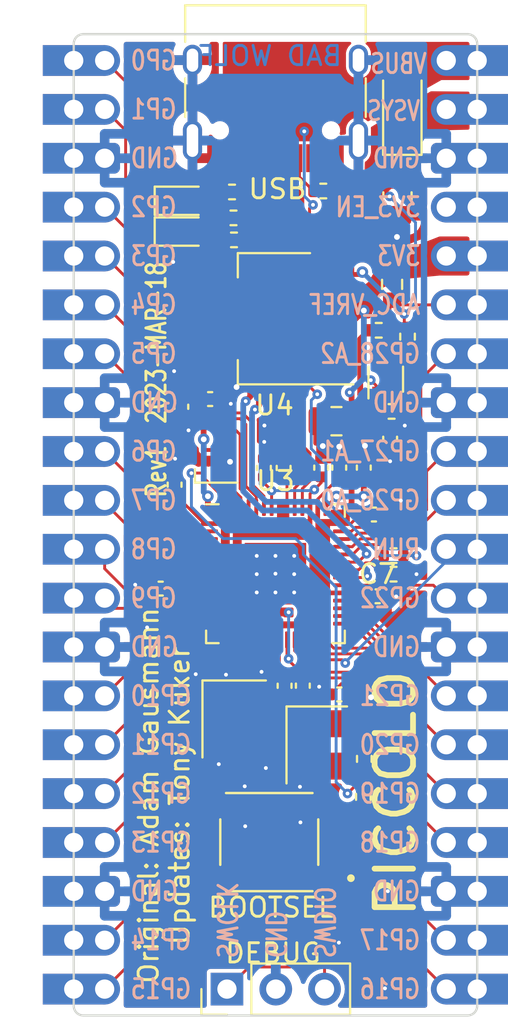
<source format=kicad_pcb>
(kicad_pcb (version 20221018) (generator pcbnew)
  (layers (0 "F.Cu" signal) (31 "B.Cu" signal) (34 "B.Paste" user) (35 "F.Paste" user) (36 "B.SilkS" user "B.Silkscreen") (37 "F.SilkS" user "F.Silkscreen") (38 "B.Mask" user) (39 "F.Mask" user) (44 "Edge.Cuts" user))
  (net 0 "")
  (net 1 "GND")
  (net 2 "/VSYS")
  (net 3 "+3V3")
  (net 4 "+1V1")
  (net 5 "/ADC_AVDD")
  (net 6 "VBUS")
  (net 7 "/GPIO0")
  (net 8 "/GPIO1")
  (net 9 "/GPIO2")
  (net 10 "/GPIO3")
  (net 11 "/GPIO4")
  (net 12 "/GPIO5")
  (net 13 "/GPIO6")
  (net 14 "/GPIO7")
  (net 15 "/GPIO8")
  (net 16 "/GPIO9")
  (net 17 "/GPIO10")
  (net 18 "/GPIO11")
  (net 19 "/GPIO12")
  (net 20 "/GPIO13")
  (net 21 "/GPIO14")
  (net 22 "/GPIO15")
  (net 23 "/GPIO16")
  (net 24 "/GPIO17")
  (net 25 "/GPIO18")
  (net 26 "/GPIO19")
  (net 27 "/GPIO20")
  (net 28 "/GPIO21")
  (net 29 "/GPIO22")
  (net 30 "/RUN")
  (net 31 "/GPIO26_ADC0")
  (net 32 "/GPIO27_ADC1")
  (net 33 "/GPIO28_ADC2")
  (net 34 "/ADC_VREF")
  (net 35 "/3V3_EN")
  (net 36 "Net-(Q1-D)")
  (net 37 "Net-(D2-A)")
  (net 38 "Net-(D3-A)")
  (net 39 "Net-(J1-CC1)")
  (net 40 "/GPIO24")
  (net 41 "/GPIO25")
  (net 43 "/QSPI_SS")
  (net 44 "/GPIO23")
  (net 45 "Net-(J1-CC2)")
  (net 47 "/XIN")
  (net 48 "/SWCLK")
  (net 49 "/SWDIO")
  (net 50 "/GPIO29_ADC3")
  (net 51 "/QSPI_SD3")
  (net 52 "/QSPI_SCLK")
  (net 53 "/QSPI_SD0")
  (net 54 "/QSPI_SD2")
  (net 55 "/QSPI_SD1")
  (net 56 "Net-(R2-Pad2)")
  (net 57 "Net-(U3-USB_DP)")
  (net 58 "Net-(U3-USB_DM)")
  (net 60 "/XOUT")
  (net 61 "/USB_D+")
  (net 62 "/USB_D-")
  (footprint "Capacitor_SMD:C_0402_1005Metric" (layer "F.Cu") (at 118.2 59.165)
    (fp_text reference "C2" hide)
    (fp_text value "100n 6.3V")
  )
  (footprint "Resistor_SMD:R_0402_1005Metric" (layer "F.Cu") (at 127.7468 68.2654)
    (fp_text reference "R6" hide)
    (fp_text value "10k" hide)
  )
  (footprint "Capacitor_SMD:C_0402_1005Metric" (layer "F.Cu") (at 115.625 69.015 180)
    (fp_text reference "C8" hide)
    (fp_text value "100n 6.3V")
  )
  (footprint "Resistor_SMD:R_0402_1005Metric" (layer "F.Cu") (at 124.0892 48.3518)
    (fp_text reference "R4" hide)
    (fp_text value "5.1k" hide)
  )
  (footprint "Capacitor_SMD:C_0402_1005Metric" (layer "F.Cu") (at 123.98 62.73 90)
    (fp_text reference "C14" hide)
    (fp_text value "2.2u 6.3V" hide)
  )
  (footprint "Resistor_SMD:R_0603_1608Metric" (layer "F.Cu") (at 127.6706 53.2032 -90)
    (fp_text reference "R12" hide)
    (fp_text value "200R" hide)
  )
  (footprint "Capacitor_SMD:C_0402_1005Metric" (layer "F.Cu") (at 122.025 62.745 90)
    (fp_text reference "C11" hide)
    (fp_text value "100n 6.3V")
  )
  (footprint "TS-1187A-B-A-B:SW_TS-1187A-B-A-B" (layer "F.Cu") (at 121.2775 82.19 180)
    (fp_text reference "SW2" hide)
    (fp_text value "TS-1187A-B-A-B")
  )
  (footprint "Capacitor_SMD:C_0805_2012Metric" (layer "F.Cu") (at 127.95 48.682 90)
    (fp_text reference "C4" hide)
    (fp_text value "10u 6.3V" hide)
  )
  (footprint "Resistor_SMD:R_0402_1005Metric" (layer "F.Cu") (at 127.6452 59.8072)
    (fp_text reference "R8" hide)
    (fp_text value "100k" hide)
  )
  (footprint "Package_DFN_QFN:QFN-56-1EP_7x7mm_P0.4mm_EP3.2x3.2mm" (layer "F.Cu") (at 121.6 68.24)
    (fp_text reference "U3")
    (fp_text value "RP2040")
  )
  (footprint "LED_SMD:LED_0603_1608Metric" (layer "F.Cu") (at 116.7994 50.46)
    (fp_text reference "D3" hide)
    (fp_text value "Red" hide)
  )
  (footprint "Capacitor_SMD:C_0402_1005Metric" (layer "F.Cu") (at 116.35 63.615 90)
    (fp_text reference "C5" hide)
    (fp_text value "100n 6.3V")
  )
  (footprint "Capacitor_SMD:C_0402_1005Metric" (layer "F.Cu") (at 124.925 74.515 180)
    (fp_text reference "C17" hide)
    (fp_text value "100n 6.3V")
  )
  (footprint "Crystal:Crystal_SMD_SeikoEpson_TSX3225-4Pin_3.2x2.5mm" (layer "F.Cu") (at 123.75 77.14 -90)
    (fp_text reference "X1" hide)
    (fp_text value "SIT1602AI-22-33E-12.000000")
  )
  (footprint "Capacitor_SMD:C_0402_1005Metric" (layer "F.Cu") (at 116.7 59.565 -90)
    (fp_text reference "C1" hide)
    (fp_text value "2.2u 6.3V" hide)
  )
  (footprint "Resistor_SMD:R_0402_1005Metric" (layer "F.Cu") (at 127.7468 67.3002 180)
    (fp_text reference "R5" hide)
    (fp_text value "5.6k" hide)
  )
  (footprint "Capacitor_SMD:C_0402_1005Metric" (layer "F.Cu") (at 126.725 65.165)
    (fp_text reference "C9" hide)
    (fp_text value "100n 6.3V")
  )
  (footprint "Resistor_SMD:R_0402_1005Metric" (layer "F.Cu") (at 126.975 55.59 180)
    (fp_text reference "R13" hide)
    (fp_text value "1R" hide)
  )
  (footprint "Resistor_SMD:R_0402_1005Metric" (layer "F.Cu") (at 119.4156 49.7488 180)
    (fp_text reference "R14" hide)
    (fp_text value "470R" hide)
  )
  (footprint "Resistor_SMD:R_0402_1005Metric" (layer "F.Cu") (at 128.475 55.921 -90)
    (fp_text reference "R7" hide)
    (fp_text value "200k" hide)
  )
  (footprint "Connector_PinHeader_2.54mm:PinHeader_1x03_P2.54mm_Vertical" (layer "F.Cu") (at 119.075 89.83 90)
    (fp_text reference "J3" hide)
    (fp_text value "Debug" hide)
  )
  (footprint "Package_TO_SOT_SMD:SOT-523" (layer "F.Cu") (at 127.3404 58.1308 90)
    (fp_text reference "Q1" hide)
    (fp_text value "DMG1012T" hide)
  )
  (footprint "LED_SMD:LED_0603_1608Metric" (layer "F.Cu") (at 116.7994 48.8598)
    (fp_text reference "D2" hide)
    (fp_text value "Green" hide)
  )
  (footprint "Resistor_SMD:R_0402_1005Metric" (layer "F.Cu") (at 119.441 50.8918 180)
    (fp_text reference "R15" hide)
    (fp_text value "470R" hide)
  )
  (footprint "Crystal:Crystal_SMD_3225-4Pin_3.2x2.5mm" (layer "F.Cu") (at 119.45 75.79 -90)
    (fp_text reference "Y1" hide)
    (fp_text value "12MHz")
  )
  (footprint "Resistor_SMD:R_0402_1005Metric" (layer "F.Cu") (at 126.225 77.865 -90)
    (fp_text reference "R1" hide)
    (fp_text value "NO-FIT")
  )
  (footprint "Capacitor_SMD:C_0805_2012Metric" (layer "F.Cu") (at 124.775 60.315 180)
    (fp_text reference "C6" hide)
    (fp_text value "10u 6.3V" hide)
  )
  (footprint "Capacitor_SMD:C_0402_1005Metric" (layer "F.Cu") (at 126.1974 62.7282 90)
    (fp_text reference "C16" hide)
    (fp_text value "2.2u 6.3V" hide)
  )
  (footprint "Capacitor_SMD:C_0402_1005Metric" (layer "F.Cu") (at 121 62.745 90)
    (fp_text reference "C15" hide)
    (fp_text value "100n 6.3V")
  )
  (footprint "Resistor_SMD:R_0402_1005Metric" (layer "F.Cu") (at 119.3394 48.4026)
    (fp_text reference "R3" hide)
    (fp_text value "5.1k" hide)
  )
  (footprint "Resistor_SMD:R_0201_0603Metric" (layer "F.Cu") (at 121.975 60.94 -90)
    (fp_text reference "R10" hide)
    (fp_text value "27R" hide)
  )
  (footprint "Resistor_SMD:R_0201_0603Metric" (layer "F.Cu") (at 122.685 60.9402 -90)
    (fp_text reference "R11" hide)
    (fp_text value "27R" hide)
  )
  (footprint "Resistor_SMD:R_0402_1005Metric" (layer "F.Cu") (at 126.175 79.84 -90)
    (fp_text reference "R2" hide)
    (fp_text value "1k" hide)
  )
  (footprint "agausmann:RaspberryPi_Pico_OutlineAndPads" (layer "F.Cu") (at 121.6 65.7)
    (fp_text reference "J2" hide)
    (fp_text value "CON_PICO_40W" hide)
    (fp_line (start -10.5 -25) (end -10.5 25) (stroke (width 0.12)) (layer "Edge.Cuts"))
    (fp_line (start -10 25.5) (end 10 25.5) (stroke (width 0.12)) (layer "Edge.Cuts"))
    (fp_line (start 10 -25.5) (end -10 -25.5) (stroke (width 0.12)) (layer "Edge.Cuts"))
    (fp_line (start 10.5 25) (end 10.5 -25) (stroke (width 0.12)) (layer "Edge.Cuts"))
    (fp_arc (start -10.5 -25) (mid -10.353553 -25.353553) (end -10 -25.5) (stroke (width 0.12)) (layer "Edge.Cuts"))
    (fp_arc (start -10 25.5) (mid -10.353553 25.353553) (end -10.5 25) (stroke (width 0.12)) (layer "Edge.Cuts"))
    (fp_arc (start 10 -25.5) (mid 10.353553 -25.353553) (end 10.5 -25) (stroke (width 0.12)) (layer "Edge.Cuts"))
    (fp_arc (start 10.5 25) (mid 10.353553 25.353553) (end 10 25.5) (stroke (width 0.12)) (layer "Edge.Cuts"))
  )
  (footprint "Capacitor_SMD:C_0402_1005Metric" (layer "F.Cu") (at 124.9198 62.73 90)
    (fp_text reference "C12" hide)
    (fp_text value "2.2u 6.3V" hide)
  )
  (footprint "Diode_SMD:D_SOD-123F" (layer "F.Cu") (at 128.204 44.2624 90)
    (fp_text reference "D1" hide)
    (fp_text value "MBR120VLSFT1G" hide)
  )
  (footprint "Package_TO_SOT_SMD:SOT-223-3_TabPin2" (layer "F.Cu") (at 121.55 54.99 180)
    (fp_text reference "U4")
    (fp_text value "AMS1117-3.3")
  )
  (footprint "Capacitor_SMD:C_0402_1005Metric" (layer "F.Cu") (at 122.075 74.065 -90)
    (fp_text reference "C10" hide)
    (fp_text value "100n 6.3V")
  )
  (footprint "Capacitor_SMD:C_0402_1005Metric" (layer "F.Cu") (at 127.569 61.2296 -90)
    (fp_text reference "C3" hide)
    (fp_text value "1n 25V" hide)
  )
  (footprint "Capacitor_SMD:C_0402_1005Metric" (layer "F.Cu") (at 123.025 74.06 -90)
    (fp_text reference "C13" hide)
    (fp_text value "100n 6.3V")
  )
  (footprint "agausmann:USON-8-1EP_3x2mm_P0.5mm_EP0.2x1.6mm" (layer "F.Cu") (at 118.61 61.81 90)
    (fp_text reference "U1" hide)
    (fp_text value "W25Q16JVUXIQ" hide)
  )
  (footprint "Connector_USB:USB_C_Receptacle_HRO_TYPE-C-31-M-12" (layer "F.Cu") (at 121.6 42.6 180)
    (fp_text reference "J1" hide)
    (fp_text value "USB_C_Receptacle_USB2.0" hide)
  )
  (footprint "Capacitor_SMD:C_0402_1005Metric" (layer "F.Cu") (at 126.92 69.415)
    (fp_text reference "C7")
    (fp_text value "100n 6.3V")
  )
  (gr_text "BAD WOLF" (at 125.15 41.915) (layer "B.Cu") (effects (font (size 1 1)) (justify left bottom mirror)))
  (gr_text "GP14" (at 113.98 87.29) (layer "B.SilkS") (effects (font (size 1 0.8)) (justify right mirror)))
  (gr_text "GND" (at 113.98 46.65) (layer "B.SilkS") (effects (font (size 1 0.8)) (justify right mirror)))
  (gr_text "GP12" (at 113.98 79.67) (layer "B.SilkS") (effects (font (size 1 0.8)) (justify right mirror)))
  (gr_text "GND" (at 129.22 84.75) (layer "B.SilkS") (effects (font (size 1 0.8)) (justify left mirror)))
  (gr_text "GND" (at 129.22 59.35) (layer "B.SilkS") (effects (font (size 1 0.8)) (justify left mirror)))
  (gr_text "GND" (at 113.98 59.35) (layer "B.SilkS") (effects (font (size 1 0.8)) (justify right mirror)))
  (gr_text "GP20" (at 129.22 77.13) (layer "B.SilkS") (effects (font (size 1 0.8)) (justify left mirror)))
  (gr_text "GP9" (at 113.98 69.51) (layer "B.SilkS") (effects (font (size 1 0.8)) (justify right mirror)))
  (gr_text "GP18" (at 129.22 82.21) (layer "B.SilkS") (effects (font (size 1 0.8)) (justify left mirror)))
  (gr_text "GP6" (at 113.98 61.89) (layer "B.SilkS") (effects (font (size 1 0.8)) (justify right mirror)))
  (gr_text "GP16" (at 129.22 89.83) (layer "B.SilkS") (effects (font (size 1 0.8)) (justify left mirror)))
  (gr_text "SWDIO" (at 124.14 88.306 270) (layer "B.SilkS") (effects (font (size 1 0.8)) (justify left mirror)))
  (gr_text "GP0" (at 113.98 41.57) (layer "B.SilkS") (effects (font (size 1 0.8)) (justify right mirror)))
  (gr_text "GND" (at 113.98 84.75) (layer "B.SilkS") (effects (font (size 1 0.8)) (justify right mirror)))
  (gr_text "GP28_A2" (at 129.22 56.81) (layer "B.SilkS") (effects (font (size 1 0.8)) (justify left mirror)))
  (gr_text "GND" (at 121.6 88.306 270) (layer "B.SilkS") (effects (font (size 1 0.8)) (justify left mirror)))
  (gr_text "GP1" (at 113.98 44.11) (layer "B.SilkS") (effects (font (size 1 0.8)) (justify right mirror)))
  (gr_text "VBUS\n" (at 129.55 41.74) (layer "B.SilkS") (effects (font (size 1 0.75)) (justify left mirror)))
  (gr_text "GP5" (at 113.98 56.81) (layer "B.SilkS") (effects (font (size 1 0.8)) (justify right mirror)))
  (gr_text "GP26_A0" (at 129.22 64.43) (layer "B.SilkS") (effects (font (size 1 0.8)) (justify left mirror)))
  (gr_text "GP27_A1" (at 129.225589 61.882583) (layer "B.SilkS") (effects (font (size 1 0.8)) (justify left mirror)))
  (gr_text "SWCLK\n" (at 119.06 88.306 270) (layer "B.SilkS") (effects (font (size 1 0.8)) (justify left mirror)))
  (gr_text "GND" (at 129.22 72.05) (layer "B.SilkS") (effects (font (size 1 0.8)) (justify left mirror)))
  (gr_text "3V3_EN" (at 129.22 49.19) (layer "B.SilkS") (effects (font (size 1 0.8)) (justify left mirror)))
  (gr_text "GP8" (at 113.98 66.97) (layer "B.SilkS") (effects (font (size 1 0.8)) (justify right mirror)))
  (gr_text "GP4" (at 113.98 54.27) (layer "B.SilkS") (effects (font (size 1 0.8)) (justify right mirror)))
  (gr_text "GND" (at 129.22 46.65) (layer "B.SilkS") (effects (font (size 1 0.8)) (justify left mirror)))
  (gr_text "GP13" (at 113.98 82.21) (layer "B.SilkS") (effects (font (size 1 0.8)) (justify right mirror)))
  (gr_text "GP15" (at 113.98 89.83) (layer "B.SilkS") (effects (font (size 1 0.8)) (justify right mirror)))
  (gr_text "VSYS\n" (at 127.750357 44.19) (layer "B.SilkS") (effects (font (size 1 0.75)) (justify mirror)))
  (gr_text "GP19" (at 129.225589 79.667397) (layer "B.SilkS") (effects (font (size 1 0.8)) (justify left mirror)))
  (gr_text "GP21" (at 129.22 74.59) (layer "B.SilkS") (effects (font (size 1 0.8)) (justify left mirror)))
  (gr_text "GP7" (at 113.98 64.43) (layer "B.SilkS") (effects (font (size 1 0.8)) (justify right mirror)))
  (gr_text "GP10" (at 113.98 74.59) (layer "B.SilkS") (effects (font (size 1 0.8)) (justify right mirror)))
  (gr_text "ADC_VREF" (at 129.22 54.27) (layer "B.SilkS") (effects (font (size 1 0.8)) (justify left mirror)))
  (gr_text "GP2" (at 113.98 49.19) (layer "B.SilkS") (effects (font (size 1 0.8)) (justify right mirror)))
  (gr_text "GP22\n" (at 129.22 69.51) (layer "B.SilkS") (effects (font (size 1 0.8)) (justify left mirror)))
  (gr_text "GP11" (at 113.98 77.13) (layer "B.SilkS") (effects (font (size 1 0.8)) (justify right mirror)))
  (gr_text "GP3" (at 113.98 51.73) (layer "B.SilkS") (effects (font (size 1 0.8)) (justify right mirror)))
  (gr_text "3V3" (at 129.22 51.73) (layer "B.SilkS") (effects (font (size 1 0.8)) (justify left mirror)))
  (gr_text "GND" (at 113.98 72.05) (layer "B.SilkS") (effects (font (size 1 0.8)) (justify right mirror)))
  (gr_text "RUN" (at 129.22 66.97) (layer "B.SilkS") (effects (font (size 1 0.8)) (justify left mirror)))
  (gr_text "GP17" (at 129.22 87.29) (layer "B.SilkS") (effects (font (size 1 0.8)) (justify left mirror)))
  (gr_text "PICCOLO" (at 127.85 79.665 90) (layer "F.SilkS") (effects (font (size 2 2) (thickness 0.3))))
  (gr_text "USB\n" (at 121.7016 48.2502) (layer "F.SilkS") (effects (font (size 1 1))))
  (gr_text "DEBUG\n" (at 121.475 87.965) (layer "F.SilkS") (effects (font (size 1 1))))
  (gr_text "BOOTSEL\n" (at 121.375 85.59) (layer "F.SilkS") (effects (font (size 1 1))))
  (gr_text "2023-MAR-18" (at 115.4 51.94 90) (layer "F.SilkS") (effects (font (size 1 0.75)) (justify right)))
  (gr_text "Rev1" (at 115.4 64.365 90) (layer "F.SilkS") (effects (font (size 1 0.75)) (justify left)))
  (gr_text "Original: Adam Gausmann\nUpdates: Tony Kuker" (at 115.8 79.765 90) (layer "F.SilkS") (effects (font (size 1 1))))
  (segment (start 118.35 46.645) (end 118.35 47.9232) (width 0.25) (layer "F.Cu") (net 1))
  (segment (start 123.875 74.115) (end 123.875 74.465) (width 0.25) (layer "F.Cu") (net 1))
  (segment (start 119.425 59.415) (end 119.425 58.69) (width 0.15) (layer "F.Cu") (net 1))
  (segment (start 125.86847 73.95847) (end 126.575 74.665) (width 0.15) (layer "F.Cu") (net 1))
  (segment (start 112.71 72.05) (end 114.107 72.05) (width 0.5) (layer "F.Cu") (net 1))
  (segment (start 124.064178 61.605822) (end 123.98 61.69) (width 0.3) (layer "F.Cu") (net 1))
  (segment (start 118.926469 59.411469) (end 118.68 59.165) (width 0.15) (layer "F.Cu") (net 1))
  (segment (start 128.2568 68.2654) (end 128.9406 68.2654) (width 0.15) (layer "F.Cu") (net 1))
  (segment (start 121.0158 61.39) (end 121 61.4058) (width 0.15) (layer "F.Cu") (net 1))
  (segment (start 120.6 72.245374) (end 120.6 71.6775) (width 0.15) (layer "F.Cu") (net 1))
  (segment (start 128.1552 60.368) (end 128.1552 59.8072) (width 0.15) (layer "F.Cu") (net 1))
  (segment (start 119.36 63.01) (end 119.36 62.5479) (width 0.25) (layer "F.Cu") (net 1))
  (segment (start 125.92 45.73) (end 125.135 45.73) (width 0.3) (layer "F.Cu") (net 1))
  (segment (start 119.05194 73.46306) (end 119.382314 73.46306) (width 0.15) (layer "F.Cu") (net 1))
  (segment (start 127.95 50.714) (end 127.9246 50.7394) (width 0.5) (layer "F.Cu") (net 1))
  (segment (start 119.025 73.49) (end 119.05194 73.46306) (width 0.15) (layer "F.Cu") (net 1))
  (segment (start 124.9198 61.64) (end 124.9198 62.25) (width 0.3) (layer "F.Cu") (net 1))
  (segment (start 123.875 74.465) (end 123.925 74.515) (width 0.25) (layer "F.Cu") (net 1))
  (segment (start 120.3 74.69) (end 120.3 73.915) (width 0.15) (layer "F.Cu") (net 1))
  (segment (start 119.425 58.69) (end 119.575 58.54) (width 0.15) (layer "F.Cu") (net 1))
  (segment (start 124.445 74.54) (end 125.02653 73.95847) (width 0.15) (layer "F.Cu") (net 1))
  (segment (start 116.165 57.875) (end 116.165 62.055) (width 0.15) (layer "F.Cu") (net 1))
  (segment (start 116.165 62.055) (end 116.375 62.265) (width 0.15) (layer "F.Cu") (net 1))
  (segment (start 125.1132 48.3518) (end 125.92 47.545) (width 0.3) (layer "F.Cu") (net 1))
  (segment (start 123.825 60.315) (end 124.7 59.44) (width 0.25) (layer "F.Cu") (net 1))
  (segment (start 119.275 59.411469) (end 119.278531 59.415) (width 0.15) (layer "F.Cu") (net 1))
  (segment (start 127.569 61.7096) (end 127.569 62.398) (width 0.15) (layer "F.Cu") (net 1))
  (segment (start 119.278531 59.415) (end 119.425 59.415) (width 0.15) (layer "F.Cu") (net 1))
  (segment (start 124.7 59.44) (end 124.7 57.29) (width 0.25) (layer "F.Cu") (net 1))
  (segment (start 128.125 64.44) (end 127.246 65.319) (width 0.15) (layer "F.Cu") (net 1))
  (segment (start 118.35 47.9232) (end 118.8294 48.4026) (width 0.25) (layer "F.Cu") (net 1))
  (segment (start 123.98 61.69) (end 123.98 62.25) (width 0.3) (layer "F.Cu") (net 1))
  (segment (start 119.575 58.54) (end 119.4254 58.6896) (width 0.25) (layer "F.Cu") (net 1))
  (segment (start 114.107 72.05) (end 114.1324 72.0754) (width 0.5) (layer "F.Cu") (net 1))
  (segment (start 119.382314 73.46306) (end 120.6 72.245374) (width 0.15) (layer "F.Cu") (net 1))
  (segment (start 117.45 73.46306) (end 118.99806 73.46306) (width 0.15) (layer "F.Cu") (net 1))
  (segment (start 120.3 73.915) (end 120.875 73.34) (width 0.15) (layer "F.Cu") (net 1))
  (segment (start 125.92 47.545) (end 125.92 45.73) (width 0.3) (layer "F.Cu") (net 1))
  (segment (start 123.925 74.515) (end 124.42 74.515) (width 0.25) (layer "F.Cu") (net 1))
  (segment (start 125.02653 73.95847) (end 125.86847 73.95847) (width 0.15) (layer "F.Cu") (net 1))
  (segment (start 127.95 49.632) (end 127.95 50.714) (width 0.25) (layer "F.Cu") (net 1))
  (segment (start 119.36 62.5479) (end 119.2355 62.4234) (width 0.25) (layer "F.Cu") (net 1))
  (segment (start 125.135 45.73) (end 124.85 46.015) (width 0.3) (layer "F.Cu") (net 1))
  (segment (start 126.1974 62.2482) (end 126.1974 61.6509) (width 0.3) (layer "F.Cu") (net 1))
  (segment (start 118.99806 73.46306) (end 119.025 73.49) (width 0.15) (layer "F.Cu") (net 1))
  (segment (start 128.331 60.5438) (end 128.1552 60.368) (width 0.15) (layer "F.Cu") (net 1))
  (segment (start 124.85 46.015) (end 124.85 46.645) (width 0.3) (layer "F.Cu") (net 1))
  (segment (start 124.5992 48.3518) (end 125.1132 48.3518) (width 0.3) (layer "F.Cu") (net 1))
  (segment (start 119.275 59.411469) (end 118.926469 59.411469) (width 0.15) (layer "F.Cu") (net 1))
  (segment (start 116.325 57.715) (end 116.165 57.875) (width 0.15) (layer "F.Cu") (net 1))
  (segment (start 126.1974 61.6509) (end 126.2583 61.59) (width 0.3) (layer "F.Cu") (net 1))
  (via (at 127.3 89.79) (size 0.5) (drill 0.2) (layers "F.Cu" "B.Cu") (net 1))
  (via (at 121.6 68.24) (size 0.5) (drill 0.2) (layers "F.Cu" "B.Cu") (net 1))
  (via (at 116.325 57.715) (size 0.5) (drill 0.2) (layers "F.Cu" "B.Cu") (net 1))
  (via (at 127.9246 50.7394) (size 0.6) (drill 0.3) (layers "F.Cu" "B.Cu") (net 1))
  (via (at 120.625 68.265) (size 0.5) (drill 0.2) (layers "F.Cu" "B.Cu") (net 1))
  (via (at 122.575 68.265) (size 0.5) (drill 0.2) (layers "F.Cu" "B.Cu") (net 1))
  (via (at 119.025 73.49) (size 0.5) (drill 0.2) (layers "F.Cu" "B.Cu") (net 1))
  (via (at 118.65 78.14) (size 0.5) (drill 0.2) (layers "F.Cu" "B.Cu") (net 1))
  (via (at 120.875 73.34) (size 0.5) (drill 0.2) (layers "F.Cu" "B.Cu") (net 1))
  (via (at 122.575 69.215) (size 0.5) (drill 0.2) (layers "F.Cu" "B.Cu") (net 1))
  (via (at 120 79.29) (size 0.5) (drill 0.2) (layers "F.Cu" "B.Cu") (net 1))
  (via (at 124.064178 61.605822) (size 0.6) (drill 0.3) (layers "F.Cu" "B.Cu") (net 1))
  (via (at 121.0158 61.39) (size 0.5) (drill 0.2) (layers "F.Cu" "B.Cu") (net 1))
  (via (at 120.025 81.365) (size 0.5) (drill 0.2) (layers "F.Cu" "B.Cu") (net 1))
  (via (at 126.575 74.665) (size 0.6) (drill 0.3) (layers "F.Cu" "B.Cu") (net 1))
  (via (at 121.025 60.54) (size 0.5) (drill 0.2) (layers "F.Cu" "B.Cu") (net 1))
  (via (at 121.1 78.34) (size 0.5) (drill 0.2) (layers "F.Cu" "B.Cu") (net 1))
  (via (at 127.8852 69.4227) (size 0.5) (drill 0.2) (layers "F.Cu" "B.Cu") (net 1))
  (via (at 120.625 67.315) (size 0.5) (drill 0.2) (layers "F.Cu" "B.Cu") (net 1))
  (via (at 119.575 58.54) (size 0.6) (drill 0.3) (layers "F.Cu" "B.Cu") (net 1))
  (via (at 121.025 60.54) (size 0.5) (drill 0.2) (layers "F.Cu" "B.Cu") (net 1))
  (via (at 128.9406 68.2654) (size 0.5) (drill 0.2) (layers "F.Cu" "B.Cu") (net 1))
  (via (at 122.9 81.165) (size 0.5) (drill 0.2) (layers "F.Cu" "B.Cu") (net 1))
  (via (at 121.6 69.215) (size 0.5) (drill 0.2) (layers "F.Cu" "B.Cu") (net 1))
  (via (at 116.375 62.265) (size 0.5) (drill 0.2) (layers "F.Cu" "B.Cu") (net 1))
  (via (at 127.569 62.398) (size 0.5) (drill 0.2) (layers "F.Cu" "B.Cu") (net 1))
  (via (at 126.2583 61.59) (size 0.6) (drill 0.3) (layers "F.Cu" "B.Cu") (net 1))
  (via (at 114.9198 71.034) (size 0.5) (drill 0.2) (layers "F.Cu" "B.Cu") (net 1))
  (via (at 114.3 68.815) (size 0.5) (drill 0.2) (layers "F.Cu" "B.Cu") (net 1))
  (via (at 127.45 84.74) (size 0.5) (drill 0.2) (layers "F.Cu" "B.Cu") (net 1))
  (via (at 117.075 60.79) (size 0.5) (drill 0.2) (layers "F.Cu" "B.Cu") (net 1))
  (via (at 128.331 60.5438) (size 0.5) (drill 0.2) (layers "F.Cu" "B.Cu") (net 1))
  (via (at 120.625 69.215) (size 0.5) (drill 0.2) (layers "F.Cu" "B.Cu") (net 1))
  (via (at 122.575 67.315) (size 0.5) (drill 0.2) (layers "F.Cu" "B.Cu") (net 1))
  (via (at 128.125 64.44) (size 0.5) (drill 0.2) (layers "F.Cu" "B.Cu") (net 1))
  (via (at 124.9198 61.64) (size 0.6) (drill 0.3) (layers "F.Cu" "B.Cu") (net 1))
  (via (at 121.6 67.315) (size 0.5) (drill 0.2) (layers "F.Cu" "B.Cu") (net 1))
  (via (at 117.45 73.46306) (size 0.5) (drill 0.2) (layers "F.Cu" "B.Cu") (net 1))
  (via (at 122.875 79.315) (size 0.5) (drill 0.2) (layers "F.Cu" "B.Cu") (net 1))
  (via (at 119.2355 62.4234) (size 0.6) (drill 0.3) (layers "F.Cu" "B.Cu") (net 1))
  (via (at 116.275 52.04) (size 0.5) (drill 0.2) (layers "F.Cu" "B.Cu") (net 1))
  (via (at 124.9 87.415) (size 0.5) (drill 0.2) (layers "F.Cu" "B.Cu") (net 1))
  (via (at 123.875 74.115) (size 0.5) (drill 0.2) (layers "F.Cu" "B.Cu") (net 1))
  (via (at 119.275 59.411469) (size 0.5) (drill 0.2) (layers "F.Cu" "B.Cu") (net 1))
  (segment (start 130.49 73.32) (end 128.4834 73.32) (width 0.5) (layer "B.Cu") (net 1))
  (segment (start 112.71 46.65) (end 112.71 45.38) (width 0.5) (layer "B.Cu") (net 1))
  (segment (start 112.71 84.75) (end 112.71 86.02) (width 0.5) (layer "B.Cu") (net 1))
  (segment (start 112.71 72.05) (end 112.71 70.78) (width 0.5) (layer "B.Cu") (net 1))
  (segment (start 112.71 72.05) (end 112.71 73.32) (width 0.5) (layer "B.Cu") (net 1))
  (segment (start 130.49 70.78) (end 128.458 70.78) (width 0.5) (layer "B.Cu") (net 1))
  (segment (start 112.71 83.48) (end 114.3864 83.48) (width 0.5) (layer "B.Cu") (net 1))
  (segment (start 130.49 84.75) (end 130.49 86.02) (width 0.5) (layer "B.Cu") (net 1))
  (segment (start 112.71 45.38) (end 114.3356 45.38) (width 0.5) (layer "B.Cu") (net 1))
  (segment (start 130.49 72.05) (end 128.4834 72.05) (width 0.5) (layer "B.Cu") (net 1))
  (segment (start 130.49 46.65) (end 130.49 45.38) (width 0.5) (layer "B.Cu") (net 1))
  (segment (start 112.71 84.75) (end 114.3864 84.75) (width 0.5) (layer "B.Cu") (net 1))
  (segment (start 112.71 73.32) (end 114.4118 73.32) (width 0.5) (layer "B.Cu") (net 1))
  (segment (start 130.49 47.92) (end 128.6612 47.92) (width 0.5) (layer "B.Cu") (net 1))
  (segment (start 130.49 60.62) (end 128.6866 60.62) (width 0.5) (layer "B.Cu") (net 1))
  (segment (start 112.71 46.65) (end 113.7006 46.65) (width 0.5) (layer "B.Cu") (net 1))
  (segment (start 130.49 59.35) (end 130.49 58.08) (width 0.5) (layer "B.Cu") (net 1))
  (segment (start 130.49 84.75) (end 128.6866 84.75) (width 0.5) (layer "B.Cu") (net 1))
  (segment (start 130.49 45.38) (end 128.4072 45.38) (width 0.5) (layer "B.Cu") (net 1))
  (segment (start 112.71 59.35) (end 112.71 60.62) (width 0.5) (layer "B.Cu") (net 1))
  (segment (start 130.49 46.65) (end 128.6358 46.65) (width 0.5) (layer "B.Cu") (net 1))
  (segment (start 112.71 58.08) (end 114.6912 58.08) (width 0.5) (layer "B.Cu") (net 1))
  (segment (start 130.49 59.35) (end 128.6866 59.35) (width 0.5) (layer "B.Cu") (net 1))
  (segment (start 130.49 58.08) (end 128.6866 58.08) (width 0.5) (layer "B.Cu") (net 1))
  (segment (start 112.71 59.35) (end 112.71 58.08) (width 0.5) (layer "B.Cu") (net 1))
  (segment (start 130.49 72.05) (end 130.49 70.78) (width 0.5) (layer "B.Cu") (net 1))
  (segment (start 112.71 86.02) (end 114.3864 86.02) (width 0.5) (layer "B.Cu") (net 1))
  (segment (start 130.49 84.75) (end 130.49 83.48) (width 0.5) (layer "B.Cu") (net 1))
  (segment (start 130.49 86.02) (end 128.6612 86.02) (width 0.5) (layer "B.Cu") (net 1))
  (segment (start 112.71 46.65) (end 112.71 47.92) (width 0.5) (layer "B.Cu") (net 1))
  (segment (start 114.6404 60.62) (end 114.6658 60.5946) (width 0.5) (layer "B.Cu") (net 1))
  (segment (start 112.71 84.75) (end 112.71 83.48) (width 0.5) (layer "B.Cu") (net 1))
  (segment (start 112.71 72.05) (end 114.4118 72.05) (width 0.5) (layer "B.Cu") (net 1))
  (segment (start 130.49 72.05) (end 130.49 73.32) (width 0.5) (layer "B.Cu") (net 1))
  (segment (start 112.71 47.92) (end 114.361 47.92) (width 0.5) (layer "B.Cu") (net 1))
  (segment (start 112.71 70.78) (end 114.4118 70.78) (width 0.5) (layer "B.Cu") (net 1))
  (segment (start 130.49 59.35) (end 130.49 60.62) (width 0.5) (layer "B.Cu") (net 1))
  (segment (start 112.71 60.62) (end 114.6404 60.62) (width 0.5) (layer "B.Cu") (net 1))
  (segment (start 130.49 83.48) (end 128.712 83.48) (width 0.5) (layer "B.Cu") (net 1))
  (segment (start 112.71 59.35) (end 114.6912 59.35) (width 0.5) (layer "B.Cu") (net 1))
  (segment (start 130.49 46.65) (end 130.49 47.92) (width 0.5) (layer "B.Cu") (net 1))
  (segment (start 126 52.69) (end 126.125 52.565) (width 0.25) (layer "F.Cu") (net 2))
  (segment (start 124.7 50.982) (end 127.95 47.732) (width 0.25) (layer "F.Cu") (net 2))
  (segment (start 128.3056 55.411) (end 128.3056 54.7445) (width 0.15) (layer "F.Cu") (net 2))
  (segment (start 124.7 52.69) (end 126 52.69) (width 0.25) (layer "F.Cu") (net 2))
  (segment (start 124.7 52.69) (end 124.7 50.982) (width 0.25) (layer "F.Cu") (net 2))
  (via (at 126.125 52.565) (size 0.6) (drill 0.3) (layers "F.Cu" "B.Cu") (net 2))
  (via (at 128.3056 54.7445) (size 0.5) (drill 0.2) (layers "F.Cu" "B.Cu") (net 2))
  (via (at 127.5436 48.6312) (size 0.5) (drill 0.2) (layers "F.Cu" "B.Cu") (net 2))
  (segment (start 127.5436 48.6312) (end 127.5436 48.641561) (width 0.15) (layer "B.Cu") (net 2))
  (segment (start 127.5436 48.641561) (end 128.8898 49.987761) (width 0.15) (layer "B.Cu") (net 2))
  (segment (start 128.8898 49.987761) (end 128.8898 54.1603) (width 0.15) (layer "B.Cu") (net 2))
  (segment (start 128.3045 54.7445) (end 128.3056 54.7445) (width 0.25) (layer "B.Cu") (net 2))
  (segment (start 126.125 52.565) (end 128.3045 54.7445) (width 0.25) (layer "B.Cu") (net 2))
  (segment (start 128.8898 54.1603) (end 128.3056 54.7445) (width 0.15) (layer "B.Cu") (net 2))
  (segment (start 117.72 59.165) (end 117.64 59.085) (width 0.3) (layer "F.Cu") (net 3))
  (segment (start 125.9958 65.165) (end 126.245 65.165) (width 0.15) (layer "F.Cu") (net 3))
  (segment (start 116.33 69.24) (end 116.105 69.015) (width 0.15) (layer "F.Cu") (net 3))
  (segment (start 122.45 76.04) (end 122.8 76.04) (width 0.15) (layer "F.Cu") (net 3))
  (segment (start 118.4 57.24) (end 118.4 54.99) (width 0.3) (layer "F.Cu") (net 3))
  (segment (start 117.64 59.085) (end 116.7 59.085) (width 0.3) (layer "F.Cu") (net 3))
  (segment (start 117.597 60.347) (end 117.597 59.288) (width 0.3) (layer "F.Cu") (net 3))
  (segment (start 121.525 75.115) (end 122.45 76.04) (width 0.15) (layer "F.Cu") (net 3))
  (segment (start 121.8 71.6775) (end 121.8 73.085) (width 0.15) (layer "F.Cu") (net 3))
  (segment (start 117.86 60.61) (end 117.597 60.347) (width 0.3) (layer "F.Cu") (net 3))
  (segment (start 123.8 64.8025) (end 123.8 64.3636) (width 0.15) (layer "F.Cu") (net 3))
  (segment (start 124.7 54.99) (end 125.775 54.99) (width 0.3) (layer "F.Cu") (net 3))
  (segment (start 125.5208 65.64) (end 125.9958 65.165) (width 0.15) (layer "F.Cu") (net 3))
  (segment (start 125.5624 58.92258) (end 125.5624 64.6078) (width 0.3) (layer "F.Cu") (net 3))
  (segment (start 124.7 76.04) (end 122.8 76.04) (width 0.25) (layer "F.Cu") (net 3))
  (segment (start 122.2 63.4) (end 122.2 64.8025) (width 0.15) (layer "F.Cu") (net 3))
  (segment (start 118.1625 65.64) (end 117.895 65.64) (width 0.15) (layer "F.Cu") (net 3))
  (segment (start 126.56142 58.1816) (end 126.8404 58.46058) (width 0.15) (layer "F.Cu") (net 3))
  (segment (start 122.025 63.225) (end 122.2 63.4) (width 0.15) (layer "F.Cu") (net 3))
  (segment (start 118.082222 64.874622) (end 118.8568 65.6492) (width 0.3) (layer "F.Cu") (net 3))
  (segment (start 117.597 59.288) (end 117.72 59.165) (width 0.3) (layer "F.Cu") (net 3))
  (segment (start 125.775 54.99) (end 126.2 54.565) (width 0.3) (layer "F.Cu") (net 3))
  (segment (start 118.1625 69.24) (end 116.33 69.24) (width 0.15) (layer "F.Cu") (net 3))
  (segment (start 121.525 73.94) (end 121.525 75.115) (width 0.15) (layer "F.Cu") (net 3))
  (segment (start 121.8 73.085) (end 122.175 73.46) (width 0.15) (layer "F.Cu") (net 3))
  (segment (start 118.082222 64.213978) (end 118.082222 64.874622) (width 0.3) (layer "F.Cu") (net 3))
  (segment (start 122.175 73.585) (end 121.88 73.585) (width 0.15) (layer "F.Cu") (net 3))
  (segment (start 125.405 74.54) (end 125.405 75.185) (width 0.25) (layer "F.Cu") (net 3))
  (segment (start 125.5624 64.6078) (end 124.9528 65.2174) (width 0.3) (layer "F.Cu") (net 3))
  (segment (start 117.895 65.64) (end 116.35 64.095) (width 0.15) (layer "F.Cu") (net 3))
  (segment (start 117.86 60.61) (end 117.86 61.2488) (width 0.3) (layer "F.Cu") (net 3))
  (segment (start 124.91 76.04) (end 126.225 77.355) (width 0.25) (layer "F.Cu") (net 3))
  (segment (start 126.8404 58.46058) (end 126.8404 58.7758) (width 0.15) (layer "F.Cu") (net 3))
  (segment (start 125.405 75.185) (end 124.55 76.04) (width 0.25) (layer "F.Cu") (net 3))
  (segment (start 125.0375 65.64) (end 125.5208 65.64) (width 0.15) (layer "F.Cu") (net 3))
  (segment (start 121.88 73.585) (end 121.525 73.94) (width 0.15) (layer "F.Cu") (net 3))
  (segment (start 125.0375 69.24) (end 126.265 69.24) (width 0.15) (layer "F.Cu") (net 3))
  (segment (start 117.72 59.165) (end 117.72 57.92) (width 0.3) (layer "F.Cu") (net 3))
  (segment (start 117.72 57.92) (end 118.4 57.24) (width 0.3) (layer "F.Cu") (net 3))
  (segment (start 125.46242 58.8226) (end 125.5624 58.92258) (width 0.3) (layer "F.Cu") (net 3))
  (segment (start 123.8 64.3636) (end 124.9198 63.2438) (width 0.15) (layer "F.Cu") (net 3))
  (segment (start 117.86 61.2488) (end 117.8662 61.255) (width 0.3) (layer "F.Cu") (net 3))
  (via (at 126.56142 58.1816) (size 0.5) (drill 0.2) (layers "F.Cu" "B.Cu") (net 3))
  (via (at 117.8662 61.255) (size 0.6) (drill 0.3) (layers "F.Cu" "B.Cu") (net 3))
  (via (at 126.2 54.565) (size 0.6) (drill 0.3) (layers "F.Cu" "B.Cu") (net 3))
  (via (at 118.082222 64.213978) (size 0.6) (drill 0.3) (layers "F.Cu" "B.Cu") (net 3))
  (via (at 125.46242 58.8226) (size 0.5) (drill 0.2) (layers "F.Cu" "B.Cu") (net 3))
  (segment (start 117.8662 63.997956) (end 118.082222 64.213978) (width 0.3) (layer "B.Cu") (net 3))
  (segment (start 126.56142 58.1816) (end 126.10342 58.1816) (width 0.15) (layer "B.Cu") (net 3))
  (segment (start 126.10342 58.1816) (end 125.46242 58.8226) (width 0.15) (layer "B.Cu") (net 3))
  (segment (start 117.8662 61.255) (end 117.8662 63.997956) (width 0.3) (layer "B.Cu") (net 3))
  (segment (start 126.2 58.08502) (end 125.46242 58.8226) (width 0.3) (layer "B.Cu") (net 3))
  (segment (start 126.46484 58.08502) (end 126.56142 58.1816) (width 0.3) (layer "B.Cu") (net 3))
  (segment (start 126.2 54.565) (end 126.2 58.08502) (width 0.3) (layer "B.Cu") (net 3))
  (segment (start 126.2 58.08502) (end 126.46484 58.08502) (width 0.3) (layer "B.Cu") (net 3))
  (segment (start 121.4 64.8025) (end 121.4 63.922) (width 0.15) (layer "F.Cu") (net 4))
  (segment (start 123.4 64.8025) (end 123.4 64.092554) (width 0.15) (layer "F.Cu") (net 4))
  (segment (start 121.4 63.922) (end 121 63.522) (width 0.15) (layer "F.Cu") (net 4))
  (segment (start 123.98 63.21) (end 123.98 63.512554) (width 0.15) (layer "F.Cu") (net 4))
  (segment (start 123.98 63.512554) (end 123.621616 63.870938) (width 0.15) (layer "F.Cu") (net 4))
  (segment (start 122.2 71.6775) (end 122.2 72.655) (width 0.15) (layer "F.Cu") (net 4))
  (segment (start 123.4 64.092554) (end 123.621616 63.870938) (width 0.15) (layer "F.Cu") (net 4))
  (segment (start 121 63.522) (end 121 63.225) (width 0.15) (layer "F.Cu") (net 4))
  (segment (start 122.2 72.655) (end 123.125 73.58) (width 0.15) (layer "F.Cu") (net 4))
  (via (at 122.2858 70.2466) (size 0.5) (drill 0.2) (layers "F.Cu" "B.Cu") (net 4))
  (via (at 122.2858 72.6596) (size 0.5) (drill 0.2) (layers "F.Cu" "B.Cu") (net 4))
  (via (at 123.621616 63.870938) (size 0.5) (drill 0.2) (layers "F.Cu" "B.Cu") (net 4))
  (via (at 121.4 63.922) (size 0.5) (drill 0.2) (layers "F.Cu" "B.Cu") (net 4))
  (segment (start 122.2858 70.2466) (end 122.2858 72.6596) (width 0.15) (layer "B.Cu") (net 4))
  (segment (start 121.4 63.922) (end 123.570554 63.922) (width 0.15) (layer "B.Cu") (net 4))
  (segment (start 123.570554 63.922) (end 123.621616 63.870938) (width 0.15) (layer "B.Cu") (net 4))
  (segment (start 126.5652 60.172383) (end 126.820017 60.4272) (width 0.3) (layer "F.Cu") (net 5))
  (segment (start 126.8578 62.5478) (end 126.1974 63.2082) (width 0.3) (layer "F.Cu") (net 5))
  (segment (start 126.1974 64.2268) (end 126.1974 63.2082) (width 0.3) (layer "F.Cu") (net 5))
  (segment (start 126.01192 56.04308) (end 126.01192 58.92692) (width 0.3) (layer "F.Cu") (net 5))
  (segment (start 126.5652 59.4802) (end 126.5652 60.172383) (width 0.3) (layer "F.Cu") (net 5))
  (segment (start 126.820017 60.4272) (end 126.8578 60.4272) (width 0.3) (layer "F.Cu") (net 5))
  (segment (start 126.01192 58.92692) (end 126.5652 59.4802) (width 0.3) (layer "F.Cu") (net 5))
  (segment (start 124.775 64.2268) (end 124.775 64.2275) (width 0.15) (layer "F.Cu") (net 5))
  (segment (start 126.8578 60.4272) (end 126.8578 62.5478) (width 0.3) (layer "F.Cu") (net 5))
  (segment (start 126.465 55.59) (end 126.01192 56.04308) (width 0.3) (layer "F.Cu") (net 5))
  (segment (start 124.775 64.2275) (end 124.2 64.8025) (width 0.15) (layer "F.Cu") (net 5))
  (via (at 124.775 64.2268) (size 0.6) (drill 0.3) (layers "F.Cu" "B.Cu") (net 5))
  (via (at 126.1974 64.2268) (size 0.6) (drill 0.3) (layers "F.Cu" "B.Cu") (net 5))
  (segment (start 124.775 64.2268) (end 126.1974 64.2268) (width 0.3) (layer "B.Cu") (net 5))
  (segment (start 123.375 58.515) (end 123.375 49.2521) (width 0.15) (layer "F.Cu") (net 6))
  (segment (start 128.9406 67.3002) (end 128.2568 67.3002) (width 0.15) (layer "F.Cu") (net 6))
  (segment (start 123.375 49.2521) (end 123.5558 49.0713) (width 0.15) (layer "F.Cu") (net 6))
  (segment (start 123.775 58.915) (end 123.375 58.515) (width 0.15) (layer "F.Cu") (net 6))
  (via (at 128.9406 67.3002) (size 0.5) (drill 0.2) (layers "F.Cu" "B.Cu") (net 6))
  (via (at 123.0986 45.253) (size 0.5) (drill 0.2) (layers "F.Cu" "B.Cu") (net 6))
  (via (at 123.5558 49.0713) (size 0.5) (drill 0.2) (layers "F.Cu" "B.Cu") (net 6))
  (via (at 123.775 58.915) (size 0.5) (drill 0.2) (layers "F.Cu" "B.Cu") (net 6))
  (segment (start 126.817313 67.00823) (end 126.817313 67.010885) (width 0.15) (layer "B.Cu") (net 6))
  (segment (start 124.2289 62.5123) (end 124.2289 64.422472) (width 0.15) (layer "B.Cu") (net 6))
  (segment (start 123.5558 49.0713) (end 123.0986 48.6141) (width 0.15) (layer "B.Cu") (net 6))
  (segment (start 126.817313 67.010885) (end 127.106628 67.3002) (width 0.15) (layer "B.Cu") (net 6))
  (segment (start 123.775 58.915) (end 123.463089 59.226911) (width 0.15) (layer "B.Cu") (net 6))
  (segment (start 126.539352 66.730269) (end 126.817313 67.00823) (width 0.15) (layer "B.Cu") (net 6))
  (segment (start 124.2289 64.422472) (end 126.536697 66.730269) (width 0.15) (layer "B.Cu") (net 6))
  (segment (start 123.0986 48.6141) (end 123.0986 45.253) (width 0.15) (layer "B.Cu") (net 6))
  (segment (start 123.463089 61.746489) (end 124.2289 62.5123) (width 0.15) (layer "B.Cu") (net 6))
  (segment (start 127.106628 67.3002) (end 128.9406 67.3002) (width 0.15) (layer "B.Cu") (net 6))
  (segment (start 123.463089 59.226911) (end 123.463089 61.746489) (width 0.15) (layer "B.Cu") (net 6))
  (segment (start 126.536697 66.730269) (end 126.539352 66.730269) (width 0.15) (layer "B.Cu") (net 6))
  (segment (start 114.10172 42.96172) (end 112.71 41.57) (width 0.15) (layer "F.Cu") (net 7))
  (segment (start 117.202749 66.04) (end 115.59808 64.435331) (width 0.15) (layer "F.Cu") (net 7))
  (segment (start 115.59808 64.435331) (end 115.59808 51.230908) (width 0.15) (layer "F.Cu") (net 7))
  (segment (start 115.59808 51.230908) (end 114.10172 49.734548) (width 0.15) (layer "F.Cu") (net 7))
  (segment (start 114.10172 49.734548) (end 114.10172 42.96172) (width 0.15) (layer "F.Cu") (net 7))
  (segment (start 118.1625 66.04) (end 117.202749 66.04) (width 0.15) (layer "F.Cu") (net 7))
  (segment (start 118.1625 66.44) (end 117.179164 66.44) (width 0.15) (layer "F.Cu") (net 8))
  (segment (start 113.8022 45.2022) (end 112.71 44.11) (width 0.15) (layer "F.Cu") (net 8))
  (segment (start 115.29856 64.559396) (end 115.29856 51.354974) (width 0.15) (layer "F.Cu") (net 8))
  (segment (start 113.8022 49.858614) (end 113.8022 45.2022) (width 0.15) (layer "F.Cu") (net 8))
  (segment (start 117.179164 66.44) (end 115.29856 64.559396) (width 0.15) (layer "F.Cu") (net 8))
  (segment (start 115.29856 51.354974) (end 113.8022 49.858614) (width 0.15) (layer "F.Cu") (net 8))
  (segment (start 117.155578 66.84) (end 118.1625 66.84) (width 0.15) (layer "F.Cu") (net 9))
  (segment (start 114.99904 51.47904) (end 114.99904 64.683462) (width 0.15) (layer "F.Cu") (net 9))
  (segment (start 112.71 49.19) (end 114.99904 51.47904) (width 0.15) (layer "F.Cu") (net 9))
  (segment (start 114.99904 64.683462) (end 117.155578 66.84) (width 0.15) (layer "F.Cu") (net 9))
  (segment (start 118.1625 67.24) (end 117.131993 67.24) (width 0.15) (layer "F.Cu") (net 10))
  (segment (start 114.69952 64.807527) (end 114.69952 53.71952) (width 0.15) (layer "F.Cu") (net 10))
  (segment (start 117.131993 67.24) (end 114.69952 64.807527) (width 0.15) (layer "F.Cu") (net 10))
  (segment (start 114.69952 53.71952) (end 112.71 51.73) (width 0.15) (layer "F.Cu") (net 10))
  (segment (start 114.4 55.96) (end 114.4 64.98) (width 0.15) (layer "F.Cu") (net 11))
  (segment (start 117.06 67.64) (end 118.1625 67.64) (width 0.15) (layer "F.Cu") (net 11))
  (segment (start 114.4 64.98) (end 117.06 67.64) (width 0.15) (layer "F.Cu") (net 11))
  (segment (start 112.71 54.27) (end 114.4 55.96) (width 0.15) (layer "F.Cu") (net 11))
  (segment (start 114.09952 65.103106) (end 117.036414 68.04) (width 0.15) (layer "F.Cu") (net 12))
  (segment (start 114.09952 58.19952) (end 114.09952 65.103106) (width 0.15) (layer "F.Cu") (net 12))
  (segment (start 117.036414 68.04) (end 118.1625 68.04) (width 0.15) (layer "F.Cu") (net 12))
  (segment (start 112.71 56.81) (end 114.09952 58.19952) (width 0.15) (layer "F.Cu") (net 12))
  (segment (start 117.012828 68.44) (end 118.1625 68.44) (width 0.15) (layer "F.Cu") (net 13))
  (segment (start 113.8 65.227172) (end 117.012828 68.44) (width 0.15) (layer "F.Cu") (net 13))
  (segment (start 112.71 61.89) (end 113.8 62.98) (width 0.15) (layer "F.Cu") (net 13))
  (segment (start 113.8 62.98) (end 113.8 65.227172) (width 0.15) (layer "F.Cu") (net 13))
  (segment (start 112.71 64.560758) (end 116.989242 68.84) (width 0.15) (layer "F.Cu") (net 14))
  (segment (start 116.989242 68.84) (end 118.1625 68.84) (width 0.15) (layer "F.Cu") (net 14))
  (segment (start 112.71 67.98) (end 112.71 66.97) (width 0.15) (layer "F.Cu") (net 15))
  (segment (start 118.1625 69.64) (end 114.37 69.64) (width 0.15) (layer "F.Cu") (net 15))
  (segment (start 114.37 69.64) (end 112.71 67.98) (width 0.15) (layer "F.Cu") (net 15))
  (segment (start 118.1625 70.04) (end 113.24 70.04) (width 0.15) (layer "F.Cu") (net 16))
  (segment (start 113.24 70.04) (end 112.71 69.51) (width 0.15) (layer "F.Cu") (net 16))
  (segment (start 118.1625 70.44) (end 116.86 70.44) (width 0.15) (layer "F.Cu") (net 17))
  (segment (start 116.86 70.44) (end 112.71 74.59) (width 0.15) (layer "F.Cu") (net 17))
  (segment (start 113.784511 73.945489) (end 113.784511 76.055489) (width 0.15) (layer "F.Cu") (net 18))
  (segment (start 118.1625 70.84) (end 116.89 70.84) (width 0.15) (layer "F.Cu") (net 18))
  (segment (start 116.89 70.84) (end 113.784511 73.945489) (width 0.15) (layer "F.Cu") (net 18))
  (segment (start 113.784511 76.055489) (end 112.71 77.13) (width 0.15) (layer "F.Cu") (net 18))
  (segment (start 114.084031 74.069555) (end 114.084031 78.295969) (width 0.15) (layer "F.Cu") (net 19))
  (segment (start 118.5875 72.09) (end 116.063586 72.09) (width 0.15) (layer "F.Cu") (net 19))
  (segment (start 119 71.6775) (end 118.5875 72.09) (width 0.15) (layer "F.Cu") (net 19))
  (segment (start 114.084031 78.295969) (end 112.71 79.67) (width 0.15) (layer "F.Cu") (net 19))
  (segment (start 116.063586 72.09) (end 114.084031 74.069555) (width 0.15) (layer "F.Cu") (net 19))
  (segment (start 114.383551 74.193621) (end 114.383551 80.536449) (width 0.15) (layer "F.Cu") (net 20))
  (segment (start 119.4 71.6775) (end 119.4 72.17394) (width 0.15) (layer "F.Cu") (net 20))
  (segment (start 119.18442 72.38952) (end 116.187652 72.38952) (width 0.15) (layer "F.Cu") (net 20))
  (segment (start 116.187652 72.38952) (end 114.383551 74.193621) (width 0.15) (layer "F.Cu") (net 20))
  (segment (start 119.4 72.17394) (end 119.18442 72.38952) (width 0.15) (layer "F.Cu") (net 20))
  (segment (start 114.383551 80.536449) (end 112.71 82.21) (width 0.15) (layer "F.Cu") (net 20))
  (segment (start 119.8 72.197525) (end 119.308485 72.68904) (width 0.15) (layer "F.Cu") (net 21))
  (segment (start 116.311718 72.68904) (end 114.683071 74.317687) (width 0.15) (layer "F.Cu") (net 21))
  (segment (start 114.683071 74.317687) (end 114.683071 85.316929) (width 0.15) (layer "F.Cu") (net 21))
  (segment (start 119.308485 72.68904) (end 116.311718 72.68904) (width 0.15) (layer "F.Cu") (net 21))
  (segment (start 119.8 71.6775) (end 119.8 72.197525) (width 0.15) (layer "F.Cu") (net 21))
  (segment (start 114.683071 85.316929) (end 112.71 87.29) (width 0.15) (layer "F.Cu") (net 21))
  (segment (start 120.2 71.6775) (end 120.2 72.22111) (width 0.15) (layer "F.Cu") (net 22))
  (segment (start 116.435784 72.98856) (end 114.982591 74.441753) (width 0.15) (layer "F.Cu") (net 22))
  (segment (start 114.982591 87.557409) (end 112.71 89.83) (width 0.15) (layer "F.Cu") (net 22))
  (segment (start 119.43255 72.98856) (end 116.435784 72.98856) (width 0.15) (layer "F.Cu") (net 22))
  (segment (start 120.2 72.22111) (end 119.43255 72.98856) (width 0.15) (layer "F.Cu") (net 22))
  (segment (start 114.982591 74.441753) (end 114.982591 87.557409) (width 0.15) (layer "F.Cu") (net 22))
  (segment (start 126.232152 72.40897) (end 124.03503 72.40897) (width 0.15) (layer "F.Cu") (net 23))
  (segment (start 123.8 72.17394) (end 123.8 71.6775) (width 0.15) (layer "F.Cu") (net 23))
  (segment (start 124.03503 72.40897) (end 123.8 72.17394) (width 0.15) (layer "F.Cu") (net 23))
  (segment (start 128.21192 87.55192) (end 128.21192 74.388738) (width 0.15) (layer "F.Cu") (net 23))
  (segment (start 130.49 89.83) (end 128.21192 87.55192) (width 0.15) (layer "F.Cu") (net 23))
  (segment (start 128.21192 74.388738) (end 126.232152 72.40897) (width 0.15) (layer "F.Cu") (net 23))
  (segment (start 126.356218 72.10945) (end 128.51144 74.264672) (width 0.15) (layer "F.Cu") (net 24))
  (segment (start 128.51144 74.264672) (end 128.51144 85.31144) (width 0.15) (layer "F.Cu") (net 24))
  (segment (start 124.2 71.6775) (end 124.63195 72.10945) (width 0.15) (layer "F.Cu") (net 24))
  (segment (start 124.63195 72.10945) (end 126.356218 72.10945) (width 0.15) (layer "F.Cu") (net 24))
  (segment (start 128.51144 85.31144) (end 130.49 87.29) (width 0.15) (layer "F.Cu") (net 24))
  (segment (start 128.81096 74.140606) (end 128.81096 80.53096) (width 0.15) (layer "F.Cu") (net 25))
  (segment (start 125.510354 70.84) (end 128.81096 74.140606) (width 0.15) (layer "F.Cu") (net 25))
  (segment (start 128.81096 80.53096) (end 130.49 82.21) (width 0.15) (layer "F.Cu") (net 25))
  (segment (start 125.0375 70.84) (end 125.510354 70.84) (width 0.15) (layer "F.Cu") (net 25))
  (segment (start 129.11048 74.01654) (end 129.11048 78.29048) (width 0.15) (layer "F.Cu") (net 26))
  (segment (start 125.0375 70.44) (end 125.53394 70.44) (width 0.15) (layer "F.Cu") (net 26))
  (segment (start 125.53394 70.44) (end 129.11048 74.01654) (width 0.15) (layer "F.Cu") (net 26))
  (segment (start 129.11048 78.29048) (end 130.49 79.67) (width 0.15) (layer "F.Cu") (net 26))
  (segment (start 125.557525 70.04) (end 129.41 73.892475) (width 0.15) (layer "F.Cu") (net 27))
  (segment (start 125.0375 70.04) (end 125.557525 70.04) (width 0.15) (layer "F.Cu") (net 27))
  (segment (start 129.41 76.05) (end 130.49 77.13) (width 0.15) (layer "F.Cu") (net 27))
  (segment (start 129.41 73.892475) (end 129.41 76.05) (width 0.15) (layer "F.Cu") (net 27))
  (segment (start 130.49 74.548889) (end 125.581111 69.64) (width 0.15) (layer "F.Cu") (net 28))
  (segment (start 125.581111 69.64) (end 125.0375 69.64) (width 0.15) (layer "F.Cu") (net 28))
  (segment (start 129.82 68.84) (end 130.49 69.51) (width 0.15) (layer "F.Cu") (net 29))
  (segment (start 125.0375 68.84) (end 129.82 68.84) (width 0.15) (layer "F.Cu") (net 29))
  (segment (start 123.917474 72.715) (end 123.4 72.197526) (width 0.15) (layer "F.Cu") (net 30))
  (segment (start 125.2322 72.88347) (end 125.06373 72.715) (width 0.15) (layer "F.Cu") (net 30))
  (segment (start 125.06373 72.715) (end 123.917474 72.715) (width 0.15) (layer "F.Cu") (net 30))
  (segment (start 123.4 72.197526) (end 123.4 71.6775) (width 0.15) (layer "F.Cu") (net 30))
  (via (at 125.2322 72.88347) (size 0.5) (drill 0.2) (layers "F.Cu" "B.Cu") (net 30))
  (segment (start 125.2322 72.88347) (end 125.2322 72.850993) (width 0.15) (layer "B.Cu") (net 30))
  (segment (start 125.2322 72.850993) (end 130.49 67.593193) (width 0.15) (layer "B.Cu") (net 30))
  (segment (start 125.0375 67.24) (end 125.623358 67.24) (width 0.15) (layer "F.Cu") (net 31))
  (segment (start 125.623358 67.24) (end 126.133078 66.73028) (width 0.15) (layer "F.Cu") (net 31))
  (segment (start 128.18972 66.73028) (end 130.49 64.43) (width 0.15) (layer "F.Cu") (net 31))
  (segment (start 126.133078 66.73028) (end 128.18972 66.73028) (width 0.15) (layer "F.Cu") (net 31))
  (segment (start 129.465489 62.914511) (end 130.49 61.89) (width 0.15) (layer "F.Cu") (net 32))
  (segment (start 126.009012 66.43076) (end 127.95584 66.43076) (width 0.15) (layer "F.Cu") (net 32))
  (segment (start 125.0375 66.84) (end 125.599772 66.84) (width 0.15) (layer "F.Cu") (net 32))
  (segment (start 129.465489 64.921111) (end 129.465489 62.914511) (width 0.15) (layer "F.Cu") (net 32))
  (segment (start 125.599772 66.84) (end 126.009012 66.43076) (width 0.15) (layer "F.Cu") (net 32))
  (segment (start 127.95584 66.43076) (end 129.465489 64.921111) (width 0.15) (layer "F.Cu") (net 32))
  (segment (start 125.576186 66.44) (end 125.884946 66.13124) (width 0.15) (layer "F.Cu") (net 33))
  (segment (start 129.165969 64.687231) (end 129.165969 58.134031) (width 0.15) (layer "F.Cu") (net 33))
  (segment (start 129.165969 58.134031) (end 130.49 56.81) (width 0.15) (layer "F.Cu") (net 33))
  (segment (start 125.0375 66.44) (end 125.576186 66.44) (width 0.15) (layer "F.Cu") (net 33))
  (segment (start 125.884946 66.13124) (end 127.72196 66.13124) (width 0.15) (layer "F.Cu") (net 33))
  (segment (start 127.72196 66.13124) (end 129.165969 64.687231) (width 0.15) (layer "F.Cu") (net 33))
  (segment (start 127.485 55.59) (end 127.485 54.2138) (width 0.3) (layer "F.Cu") (net 34))
  (segment (start 127.9124 54.27) (end 130.49 54.27) (width 0.15) (layer "F.Cu") (net 34))
  (segment (start 127.569 60.7496) (end 127.569 60.241) (width 0.15) (layer "F.Cu") (net 36))
  (segment (start 127.569 60.241) (end 127.1352 59.8072) (width 0.15) (layer "F.Cu") (net 36))
  (segment (start 128.3056 56.5206) (end 127.3404 57.4858) (width 0.15) (layer "F.Cu") (net 36))
  (segment (start 127.3404 59.602) (end 127.1352 59.8072) (width 0.15) (layer "F.Cu") (net 36))
  (segment (start 127.3404 57.4858) (end 127.3404 59.602) (width 0.15) (layer "F.Cu") (net 36))
  (segment (start 118.9056 49.7488) (end 118.4759 49.7488) (width 0.3) (layer "F.Cu") (net 37))
  (segment (start 118.4759 49.7488) (end 117.5869 48.8598) (width 0.3) (layer "F.Cu") (net 37))
  (segment (start 118.931 50.8918) (end 118.0187 50.8918) (width 0.3) (layer "F.Cu") (net 38))
  (segment (start 118.0187 50.8918) (end 117.5869 50.46) (width 0.3) (layer "F.Cu") (net 38))
  (segment (start 122.85 46.645) (end 122.85 47.6226) (width 0.15) (layer "F.Cu") (net 39))
  (segment (start 122.85 47.6226) (end 123.5792 48.3518) (width 0.15) (layer "F.Cu") (net 39))
  (segment (start 126.554909 67.679291) (end 126.934 67.3002) (width 0.15) (layer "F.Cu") (net 40))
  (segment (start 125.0375 68.04) (end 125.931168 68.04) (width 0.15) (layer "F.Cu") (net 40))
  (segment (start 126.934 67.3002) (end 127.2368 67.3002) (width 0.15) (layer "F.Cu") (net 40))
  (segment (start 125.931168 68.04) (end 126.291877 67.679291) (width 0.15) (layer "F.Cu") (net 40))
  (segment (start 127.141018 68.2654) (end 126.554909 67.679291) (width 0.15) (layer "F.Cu") (net 40))
  (segment (start 126.291877 67.679291) (end 126.554909 67.679291) (width 0.15) (layer "F.Cu") (net 40))
  (segment (start 125.907582 67.64) (end 125.0375 67.64) (width 0.15) (layer "F.Cu") (net 41))
  (segment (start 120.531193 59.707607) (end 120.7364 59.5024) (width 0.3) (layer "F.Cu") (net 41))
  (segment (start 120.7364 59.5024) (end 120.7364 50.5596) (width 0.3) (layer "F.Cu") (net 41))
  (segment (start 120.7364 50.5596) (end 119.9256 49.7488) (width 0.3) (layer "F.Cu") (net 41))
  (segment (start 126.342802 67.20478) (end 125.907582 67.64) (width 0.15) (layer "F.Cu") (net 41))
  (segment (start 120.531193 59.710702) (end 120.531193 59.707607) (width 0.3) (layer "F.Cu") (net 41))
  (via (at 126.342802 67.20478) (size 0.5) (drill 0.2) (layers "F.Cu" "B.Cu") (net 41))
  (via (at 120.531193 59.710702) (size 0.5) (drill 0.2) (layers "F.Cu" "B.Cu") (net 41))
  (segment (start 120.3808 63.7696) (end 120.3808 59.861095) (width 0.3) (layer "B.Cu") (net 41))
  (segment (start 123.759 64.5062) (end 121.1174 64.5062) (width 0.3) (layer "B.Cu") (net 41))
  (segment (start 121.1174 64.5062) (end 120.3808 63.7696) (width 0.3) (layer "B.Cu") (net 41))
  (segment (start 126.342802 67.090002) (end 123.759 64.5062) (width 0.3) (layer "B.Cu") (net 41))
  (segment (start 126.342802 67.20478) (end 126.342802 67.090002) (width 0.3) (layer "B.Cu") (net 41))
  (segment (start 120.3808 59.861095) (end 120.531193 59.710702) (width 0.3) (layer "B.Cu") (net 41))
  (segment (start 117.86 63.25) (end 117.86 63.01) (width 0.15) (layer "F.Cu") (net 43))
  (segment (start 126.175 79.33) (end 125.685 79.33) (width 0.15) (layer "F.Cu") (net 43))
  (segment (start 119 64.39) (end 117.86 63.25) (width 0.15) (layer "F.Cu") (net 43))
  (segment (start 126.225 78.375) (end 126.225 79.28) (width 0.15) (layer "F.Cu") (net 43))
  (segment (start 125.685 79.33) (end 125.35 79.665) (width 0.15) (layer "F.Cu") (net 43))
  (segment (start 117.23 63.01) (end 117.225 63.015) (width 0.15) (layer "F.Cu") (net 43))
  (segment (start 117.86 63.01) (end 117.23 63.01) (width 0.15) (layer "F.Cu") (net 43))
  (segment (start 119 64.8025) (end 119 64.39) (width 0.15) (layer "F.Cu") (net 43))
  (via (at 125.35 79.665) (size 0.5) (drill 0.2) (layers "F.Cu" "B.Cu") (net 43))
  (via (at 117.225 63.015) (size 0.5) (drill 0.2) (layers "F.Cu" "B.Cu") (net 43))
  (segment (start 118.875 66.415) (end 122.65 66.415) (width 0.15) (layer "B.Cu") (net 43))
  (segment (start 117.225 64.765) (end 118.875 66.415) (width 0.15) (layer "B.Cu") (net 43))
  (segment (start 123.05 66.815) (end 122.65 66.415) (width 0.15) (layer "B.Cu") (net 43))
  (segment (start 124.7572 68.9472) (end 123.05 67.24) (width 0.15) (layer "B.Cu") (net 43))
  (segment (start 117.225 63.015) (end 117.225 64.765) (width 0.15) (layer "B.Cu") (net 43))
  (segment (start 123.05 67.24) (end 123.05 66.815) (width 0.15) (layer "B.Cu") (net 43))
  (segment (start 125.35 79.665) (end 124.7572 79.0722) (width 0.15) (layer "B.Cu") (net 43))
  (segment (start 124.7572 79.0722) (end 124.7572 68.9472) (width 0.15) (layer "B.Cu") (net 43))
  (segment (start 120.28688 59.03752) (end 120.28688 51.22768) (width 0.3) (layer "F.Cu") (net 44))
  (segment (start 126.3007 68.44) (end 125.0375 68.44) (width 0.15) (layer "F.Cu") (net 44))
  (segment (start 126.3752 68.3655) (end 126.3007 68.44) (width 0.15) (layer "F.Cu") (net 44))
  (segment (start 120.0506 59.2738) (end 120.28688 59.03752) (width 0.3) (layer "F.Cu") (net 44))
  (segment (start 120.28688 51.22768) (end 119.951 50.8918) (width 0.3) (layer "F.Cu") (net 44))
  (via (at 120.0506 59.2738) (size 0.5) (drill 0.2) (layers "F.Cu" "B.Cu") (net 44))
  (via (at 126.3752 68.3655) (size 0.5) (drill 0.2) (layers "F.Cu" "B.Cu") (net 44))
  (segment (start 120.0252 64.049) (end 119.9236 63.9474) (width 0.3) (layer "B.Cu") (net 44))
  (segment (start 123.26872 64.95572) (end 120.931202 64.95572) (width 0.3) (layer "B.Cu") (net 44))
  (segment (start 120.931202 64.95572) (end 120.024841 64.049359) (width 0.3) (layer "B.Cu") (net 44))
  (segment (start 119.9236 63.9474) (end 119.9236 59.4008) (width 0.3) (layer "B.Cu") (net 44))
  (segment (start 119.9236 59.4008) (end 120.0506 59.2738) (width 0.3) (layer "B.Cu") (net 44))
  (segment (start 126.3752 68.0622) (end 123.26872 64.95572) (width 0.3) (layer "B.Cu") (net 44))
  (segment (start 126.3752 68.3655) (end 126.3752 68.0622) (width 0.3) (layer "B.Cu") (net 44))
  (segment (start 119.85 46.645) (end 119.85 48.402) (width 0.15) (layer "F.Cu") (net 45))
  (segment (start 123.775 77.315) (end 121.625 77.315) (width 0.15) (layer "F.Cu") (net 47))
  (segment (start 121.075 77.865) (end 119.525 77.865) (width 0.15) (layer "F.Cu") (net 47))
  (segment (start 121.625 77.315) (end 121.075 77.865) (width 0.15) (layer "F.Cu") (net 47))
  (segment (start 119.425 75.515) (end 118.6 74.69) (width 0.15) (layer "F.Cu") (net 47))
  (segment (start 119.525 77.865) (end 119.425 77.765) (width 0.15) (layer "F.Cu") (net 47))
  (segment (start 119.425 77.765) (end 119.425 75.515) (width 0.15) (layer "F.Cu") (net 47))
  (segment (start 118.6 74.69) (end 121 72.29) (width 0.15) (layer "F.Cu") (net 47))
  (segment (start 124.7 78.24) (end 123.775 77.315) (width 0.15) (layer "F.Cu") (net 47))
  (segment (start 121 72.29) (end 121 71.6775) (width 0.15) (layer "F.Cu") (net 47))
  (segment (start 122.6 72.246054) (end 124.012416 73.65847) (width 0.15) (layer "F.Cu") (net 48))
  (segment (start 127.1 83.94) (end 122.36 88.68) (width 0.15) (layer "F.Cu") (net 48))
  (segment (start 126.319206 73.65847) (end 127.1 74.439264) (width 0.15) (layer "F.Cu") (net 48))
  (segment (start 122.6 71.6775) (end 122.6 72.246054) (width 0.15) (layer "F.Cu") (net 48))
  (segment (start 127.1 74.439264) (end 127.1 83.94) (width 0.15) (layer "F.Cu") (net 48))
  (segment (start 122.36 88.68) (end 120.225 88.68) (width 0.15) (layer "F.Cu") (net 48))
  (segment (start 124.012416 73.65847) (end 126.319206 73.65847) (width 0.15) (layer "F.Cu") (net 48))
  (segment (start 120.225 88.68) (end 119.075 89.83) (width 0.15) (layer "F.Cu") (net 48))
  (segment (start 124.13668 73.35847) (end 126.44347 73.35847) (width 0.15) (layer "F.Cu") (net 49))
  (segment (start 124.155 87.363248) (end 124.155 89.83) (width 0.15) (layer "F.Cu") (net 49))
  (segment (start 127.4 74.315) (end 127.4 84.118248) (width 0.15) (layer "F.Cu") (net 49))
  (segment (start 123 71.6775) (end 123 72.22179) (width 0.15) (layer "F.Cu") (net 49))
  (segment (start 126.44347 73.35847) (end 127.4 74.315) (width 0.15) (layer "F.Cu") (net 49))
  (segment (start 127.4 84.118248) (end 124.155 87.363248) (width 0.15) (layer "F.Cu") (net 49))
  (segment (start 123 72.22179) (end 124.13668 73.35847) (width 0.15) (layer "F.Cu") (net 49))
  (segment (start 125.5526 66.04) (end 125.76088 65.83172) (width 0.15) (layer "F.Cu") (net 50))
  (segment (start 127.597894 65.83172) (end 128.866449 64.563165) (width 0.15) (layer "F.Cu") (net 50))
  (segment (start 125.0375 66.04) (end 125.5526 66.04) (width 0.15) (layer "F.Cu") (net 50))
  (segment (start 128.087 58.7758) (end 127.8404 58.7758) (width 0.15) (layer "F.Cu") (net 50))
  (segment (start 128.866449 59.555249) (end 128.087 58.7758) (width 0.15) (layer "F.Cu") (net 50))
  (segment (start 125.76088 65.83172) (end 127.597894 65.83172) (width 0.15) (layer "F.Cu") (net 50))
  (segment (start 128.866449 64.563165) (end 128.866449 59.555249) (width 0.15) (layer "F.Cu") (net 50))
  (segment (start 118.36 60.285978) (end 118.36 60.61) (width 0.15) (layer "F.Cu") (net 51))
  (segment (start 121 64.211716) (end 120.35904 63.570756) (width 0.15) (layer "F.Cu") (net 51))
  (segment (start 120.35904 60.361433) (end 119.883577 59.885969) (width 0.15) (layer "F.Cu") (net 51))
  (segment (start 119.883577 59.885969) (end 118.760009 59.885969) (width 0.15) (layer "F.Cu") (net 51))
  (segment (start 121 64.8025) (end 121 64.211716) (width 0.15) (layer "F.Cu") (net 51))
  (segment (start 120.35904 63.570756) (end 120.35904 60.361433) (width 0.15) (layer "F.Cu") (net 51))
  (segment (start 118.760009 59.885969) (end 118.36 60.285978) (width 0.15) (layer "F.Cu") (net 51))
  (segment (start 118.86 60.430489) (end 118.86 60.61) (width 0.15) (layer "F.Cu") (net 52))
  (segment (start 119.759511 60.185489) (end 119.105 60.185489) (width 0.15) (layer "F.Cu") (net 52))
  (segment (start 120.6 64.235302) (end 120.05952 63.694822) (width 0.15) (layer "F.Cu") (net 52))
  (segment (start 120.05952 63.694822) (end 120.05952 60.485498) (width 0.15) (layer "F.Cu") (net 52))
  (segment (start 120.6 64.8025) (end 120.6 64.235302) (width 0.15) (layer "F.Cu") (net 52))
  (segment (start 120.05952 60.485498) (end 119.759511 60.185489) (width 0.15) (layer "F.Cu") (net 52))
  (segment (start 119.105 60.185489) (end 118.86 60.430489) (width 0.15) (layer "F.Cu") (net 52))
  (segment (start 120.2 64.258888) (end 120.2 64.8025) (width 0.15) (layer "F.Cu") (net 53))
  (segment (start 119.76 61.01) (end 119.76 63.818888) (width 0.15) (layer "F.Cu") (net 53))
  (segment (start 119.36 60.61) (end 119.76 61.01) (width 0.15) (layer "F.Cu") (net 53))
  (segment (start 119.76 63.818888) (end 120.2 64.258888) (width 0.15) (layer "F.Cu") (net 53))
  (segment (start 119.8 64.8025) (end 119.8 64.282474) (width 0.15) (layer "F.Cu") (net 54))
  (segment (start 118.86 63.342474) (end 118.86 63.01) (width 0.15) (layer "F.Cu") (net 54))
  (segment (start 119.8 64.282474) (end 118.86 63.342474) (width 0.15) (layer "F.Cu") (net 54))
  (segment (start 119.4 64.8025) (end 119.4 64.30606) (width 0.15) (layer "F.Cu") (net 55))
  (segment (start 118.36 63.26606) (end 118.36 63.01) (width 0.15) (layer "F.Cu") (net 55))
  (segment (start 119.4 64.30606) (end 118.36 63.26606) (width 0.15) (layer "F.Cu") (net 55))
  (segment (start 124.2775 80.315) (end 118.3775 80.315) (width 0.15) (layer "F.Cu") (net 56))
  (segment (start 126.14 80.315) (end 124.2775 80.315) (width 0.15) (layer "F.Cu") (net 56))
  (segment (start 122.975 62.26) (end 121.975 61.26) (width 0.15) (layer "F.Cu") (net 57))
  (segment (start 122.975 63.421538) (end 122.975 62.26) (width 0.15) (layer "F.Cu") (net 57))
  (segment (start 122.6 64.8025) (end 122.6 63.796538) (width 0.15) (layer "F.Cu") (net 57))
  (segment (start 122.6 63.796538) (end 122.975 63.421538) (width 0.15) (layer "F.Cu") (net 57))
  (segment (start 123 64.8025) (end 123 63.820802) (width 0.15) (layer "F.Cu") (net 58))
  (segment (start 123.4 61.9752) (end 122.685 61.2602) (width 0.15) (layer "F.Cu") (net 58))
  (segment (start 123 63.820802) (end 123.4 63.420802) (width 0.15) (layer "F.Cu") (net 58))
  (segment (start 123.4 63.420802) (end 123.4 61.9752) (width 0.15) (layer "F.Cu") (net 58))
  (segment (start 121.4 73.486752) (end 121.4 71.6775) (width 0.15) (layer "F.Cu") (net 60))
  (segment (start 121.225 75.965) (end 121.225 73.661752) (width 0.15) (layer "F.Cu") (net 60))
  (segment (start 120.3 76.89) (end 121.225 75.965) (width 0.15) (layer "F.Cu") (net 60))
  (segment (start 121.225 73.661752) (end 121.4 73.486752) (width 0.15) (layer "F.Cu") (net 60))
  (segment (start 120.85 47.719022) (end 120.850489 47.719511) (width 0.3) (layer "F.Cu") (net 61))
  (segment (start 121.85 47.6366) (end 121.85 46.645) (width 0.3) (layer "F.Cu") (net 61))
  (segment (start 121.767089 47.719511) (end 121.85 47.6366) (width 0.3) (layer "F.Cu") (net 61))
  (segment (start 121.6 59.765) (end 121.6 48.8344) (width 0.9) (layer "F.Cu") (net 61))
  (segment (start 121.975 60.62) (end 121.975 60.14) (width 0.3) (layer "F.Cu") (net 61))
  (segment (start 120.850489 47.719511) (end 121.767089 47.719511) (width 0.3) (layer "F.Cu") (net 61))
  (segment (start 121.975 60.14) (end 121.6 59.765) (width 0.3) (layer "F.Cu") (net 61))
  (segment (start 120.85 46.645) (end 120.85 47.719022) (width 0.3) (layer "F.Cu") (net 61))
  (segment (start 122.64952 59.71452) (end 122.64952 48.8344) (width 0.9) (layer "F.Cu") (net 62))
  (segment (start 122.65 59.715) (end 122.64952 59.71452) (width 0.9) (layer "F.Cu") (net 62))
  (segment (start 121.35 46.645) (end 121.35 45.570978) (width 0.3) (layer "F.Cu") (net 62))
  (segment (start 122.349511 45.570489) (end 122.35 45.570978) (width 0.3) (layer "F.Cu") (net 62))
  (segment (start 121.350489 45.570489) (end 122.349511 45.570489) (width 0.3) (layer "F.Cu") (net 62))
  (segment (start 122.685 60.6202) (end 122.685 59.75) (width 0.3) (layer "F.Cu") (net 62))
  (segment (start 122.35 45.570978) (end 122.35 46.645) (width 0.3) (layer "F.Cu") (net 62))
  (segment (start 122.685 59.75) (end 122.65 59.715) (width 0.3) (layer "F.Cu") (net 62))
  (segment (start 121.35 45.570978) (end 121.350489 45.570489) (width 0.3) (layer "F.Cu") (net 62))
  (zone (net 61) (net_name "/USB_D+") (layer "F.Cu") (name "D+ Trap1") (priority 1) (connect_pads yes (clearance 0)) (min_thickness 0.0254) (fill yes (thermal_gap 0.508) (thermal_bridge_width 0.508))
    (polygon (pts (xy 122.05 48.38) (xy 122.05 48.82) (xy 121.15 48.82) (xy 121.15 48.38) (xy 120.7 47.87) (xy 120.7 47.57) (xy 122 47.57)))
  )
  (zone (net 4) (net_name "+1V1") (layer "F.Cu") (name "Core 1V1") (priority 1) (connect_pads yes (clearance 0.15)) (min_thickness 0.15) (fill yes (thermal_gap 0.508) (thermal_bridge_width 0.508))
    (polygon (pts (xy 123.52 66.48) (xy 119.84 66.48) (xy 119.84 70) (xy 122.54 70) (xy 122.54 70.51) (xy 122.01 70.51) (xy 122.01 70.46) (xy 119.38 70.46) (xy 119.38 66.02) (xy 122.48 66.02) (xy 122.48 65.41) (xy 123.28 65.41) (xy 123.28 64.37) (xy 123.52 64.37)))
  )
  (zone (net 62) (net_name "/USB_D-") (layer "F.Cu") (name "D- Trap1") (priority 1) (connect_pads yes (clearance 0)) (min_thickness 0.0254) (fill yes (thermal_gap 0.508) (thermal_bridge_width 0.508))
    (polygon (pts (xy 122.5 47.71) (xy 123.1 48.38) (xy 123.1 48.81) (xy 122.2 48.81) (xy 122.2 47.3) (xy 122.5 47.3)))
  )
  (zone (net 2) (net_name "/VSYS") (layer "F.Cu") (name "VSYS Supply Plane") (priority 1) (connect_pads yes (clearance 0.15)) (min_thickness 0.15) (fill yes (thermal_gap 0.508) (thermal_bridge_width 0.508))
    (polygon (pts (xy 132.0902 45.1514) (xy 129.625 45.215) (xy 129.025 45.24) (xy 128.675 48.09) (xy 127.35 48.19) (xy 125.375 52.465) (xy 124.3886 52.3902) (xy 124.425 49.715) (xy 126.225 47.64) (xy 126.3 45.19) (xy 129.6852 43.1686) (xy 132.0902 43.19)))
  )
  (zone (net 6) (net_name "VBUS") (layer "F.Cu") (name "VBUS Supply Plane") (priority 1) (connect_pads yes (clearance 0.15)) (min_thickness 0.15) (fill yes (thermal_gap 0.508) (thermal_bridge_width 0.508))
    (polygon (pts (xy 132.0902 42.586) (xy 130.236 42.586) (xy 124.3432 45.9134) (xy 124.3432 47.3612) (xy 123.7336 47.3612) (xy 123.7336 45.9134) (xy 119.441 45.9134) (xy 119.441 47.3612) (xy 118.8568 47.3612) (xy 118.8568 40.1984) (xy 132.0902 40.1984)))
  )
  (zone (net 3) (net_name "+3V3") (layer "F.Cu") (name "Core 3V3") (priority 1) (connect_pads yes (clearance 0.15)) (min_thickness 0.15) (fill yes (thermal_gap 0.508) (thermal_bridge_width 0.508))
    (polygon (pts (xy 122.32 65.86) (xy 119.22 65.86) (xy 119.22 70.62) (xy 121.82 70.62) (xy 121.82 70.72) (xy 122.74 70.72) (xy 122.74 70) (xy 123.37 70) (xy 123.37 66.6346) (xy 123.68 66.6346) (xy 123.68 64.37) (xy 123.92 64.37) (xy 123.92 65.4) (xy 124.4654 65.4) (xy 124.4654 64.9104) (xy 125.47 64.9104) (xy 125.47 65.76) (xy 124.44 65.76) (xy 124.44 69.12) (xy 125.47 69.12) (xy 125.47 69.36) (xy 124.44 69.36) (xy 124.44 71.08) (xy 121.92 71.08) (xy 121.92 72.11) (xy 121.68 72.11) (xy 121.68 71.08) (xy 118.760054 71.080018) (xy 118.759894 69.360332) (xy 117.74 69.36) (xy 117.74 69.12) (xy 118.76 69.12) (xy 118.76 65.76) (xy 117.73 65.76) (xy 117.73 65.52) (xy 118.76 65.52) (xy 118.76 65.4) (xy 121.68 65.4) (xy 121.68 64.37) (xy 122.32 64.37)))
  )
  (zone (net 3) (net_name "+3V3") (layer "F.Cu") (name "3V3 Supply Plane") (priority 1) (connect_pads yes (clearance 0.15)) (min_thickness 0.254) (fill yes (thermal_gap 0.508) (thermal_bridge_width 0.508))
    (polygon (pts (xy 132.0902 52.746) (xy 130.1344 52.746) (xy 128.0516 52.9492) (xy 127.125 53.415) (xy 126.5312 54.9796) (xy 124.1 54.94) (xy 126.45 53.065) (xy 127.125 51.89) (xy 130.1344 50.714) (xy 132.0902 50.714)))
  )
  (zone (net 1) (net_name "GND") (layers "F&B.Cu") (name "Ground Plane") (connect_pads (clearance 0.2)) (min_thickness 0.25) (fill yes (thermal_gap 0.508) (thermal_bridge_width 0.508))
    (polygon (pts (xy 129.5 91.2) (xy 113.7 91.2) (xy 113.7 40.2) (xy 129.5 40.2)))
  )
)
</source>
